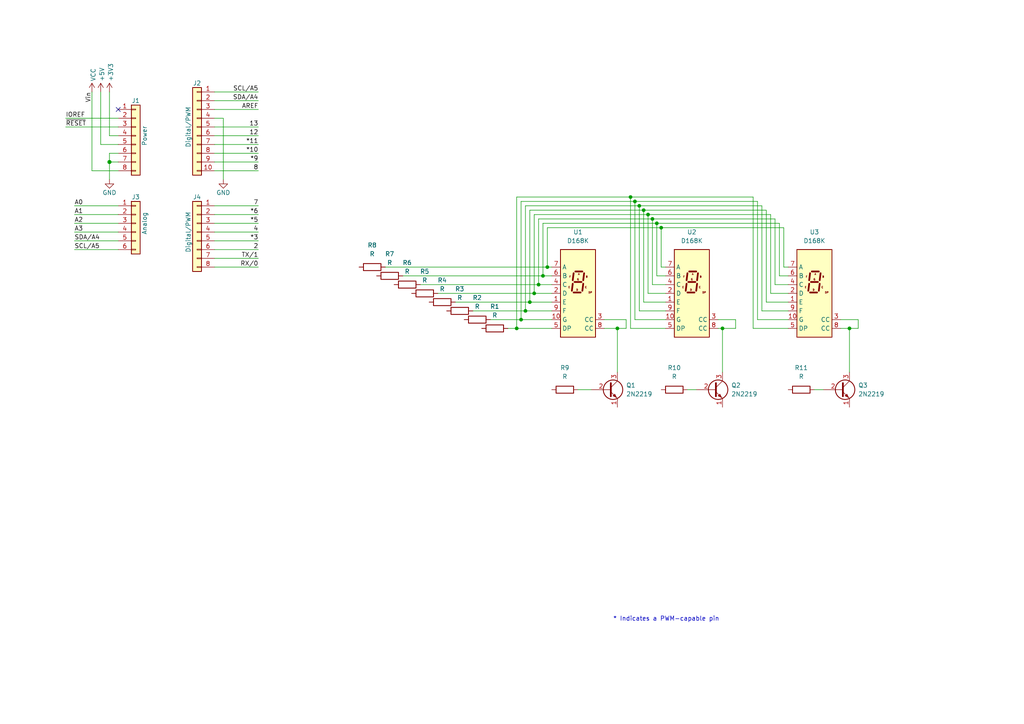
<source format=kicad_sch>
(kicad_sch (version 20231120) (generator "eeschema") (generator_version "8.0")
  (paper "A4")
  (title_block (date "mar. 31 mars 2015"))
  (lib_symbols
    (symbol "Connector_Generic:Conn_01x06" (pin_names (offset 1.016) hide)
      (property "Reference" "J" (at 0 7.62 0))
      (property "Value" "Conn_01x06" (at 0 -10.16 0))
      (symbol "Conn_01x06_1_1"
        (rectangle (start -1.27 -7.493) (end 0 -7.747) (stroke (width 0.1524)))
        (rectangle (start -1.27 -4.953) (end 0 -5.207) (stroke (width 0.1524)))
        (rectangle (start -1.27 -2.413) (end 0 -2.667) (stroke (width 0.1524)))
        (rectangle (start -1.27 0.127) (end 0 -0.127) (stroke (width 0.1524)))
        (rectangle (start -1.27 2.667) (end 0 2.413) (stroke (width 0.1524)))
        (rectangle (start -1.27 5.207) (end 0 4.953) (stroke (width 0.1524)))
        (rectangle (start -1.27 6.35) (end 1.27 -8.89) (stroke (width 0.254)) (fill (type background)))
        (pin passive line (at -5.08 5.08 0) (length 3.81) (name "Pin_1") (number "1"))
        (pin passive line (at -5.08 2.54 0) (length 3.81) (name "Pin_2") (number "2"))
        (pin passive line (at -5.08 0 0) (length 3.81) (name "Pin_3") (number "3"))
        (pin passive line (at -5.08 -2.54 0) (length 3.81) (name "Pin_4") (number "4"))
        (pin passive line (at -5.08 -5.08 0) (length 3.81) (name "Pin_5") (number "5"))
        (pin passive line (at -5.08 -7.62 0) (length 3.81) (name "Pin_6") (number "6"))
      )
    )
    (symbol "Connector_Generic:Conn_01x08" (pin_names (offset 1.016) hide)
      (property "Reference" "J" (at 0 10.16 0))
      (property "Value" "Conn_01x08" (at 0 -12.7 0))
      (symbol "Conn_01x08_1_1"
        (rectangle (start -1.27 -10.033) (end 0 -10.287) (stroke (width 0.1524)))
        (rectangle (start -1.27 -7.493) (end 0 -7.747) (stroke (width 0.1524)))
        (rectangle (start -1.27 -4.953) (end 0 -5.207) (stroke (width 0.1524)))
        (rectangle (start -1.27 -2.413) (end 0 -2.667) (stroke (width 0.1524)))
        (rectangle (start -1.27 0.127) (end 0 -0.127) (stroke (width 0.1524)))
        (rectangle (start -1.27 2.667) (end 0 2.413) (stroke (width 0.1524)))
        (rectangle (start -1.27 5.207) (end 0 4.953) (stroke (width 0.1524)))
        (rectangle (start -1.27 7.747) (end 0 7.493) (stroke (width 0.1524)))
        (rectangle (start -1.27 8.89) (end 1.27 -11.43) (stroke (width 0.254)) (fill (type background)))
        (pin passive line (at -5.08 7.62 0) (length 3.81) (name "Pin_1") (number "1"))
        (pin passive line (at -5.08 5.08 0) (length 3.81) (name "Pin_2") (number "2"))
        (pin passive line (at -5.08 2.54 0) (length 3.81) (name "Pin_3") (number "3"))
        (pin passive line (at -5.08 0 0) (length 3.81) (name "Pin_4") (number "4"))
        (pin passive line (at -5.08 -2.54 0) (length 3.81) (name "Pin_5") (number "5"))
        (pin passive line (at -5.08 -5.08 0) (length 3.81) (name "Pin_6") (number "6"))
        (pin passive line (at -5.08 -7.62 0) (length 3.81) (name "Pin_7") (number "7"))
        (pin passive line (at -5.08 -10.16 0) (length 3.81) (name "Pin_8") (number "8"))
      )
    )
    (symbol "Connector_Generic:Conn_01x10" (pin_names (offset 1.016) hide)
      (property "Reference" "J" (at 0 12.7 0))
      (property "Value" "Conn_01x10" (at 0 -15.24 0))
      (symbol "Conn_01x10_1_1"
        (rectangle (start -1.27 -12.573) (end 0 -12.827) (stroke (width 0.1524)))
        (rectangle (start -1.27 -10.033) (end 0 -10.287) (stroke (width 0.1524)))
        (rectangle (start -1.27 -7.493) (end 0 -7.747) (stroke (width 0.1524)))
        (rectangle (start -1.27 -4.953) (end 0 -5.207) (stroke (width 0.1524)))
        (rectangle (start -1.27 -2.413) (end 0 -2.667) (stroke (width 0.1524)))
        (rectangle (start -1.27 0.127) (end 0 -0.127) (stroke (width 0.1524)))
        (rectangle (start -1.27 2.667) (end 0 2.413) (stroke (width 0.1524)))
        (rectangle (start -1.27 5.207) (end 0 4.953) (stroke (width 0.1524)))
        (rectangle (start -1.27 7.747) (end 0 7.493) (stroke (width 0.1524)))
        (rectangle (start -1.27 10.287) (end 0 10.033) (stroke (width 0.1524)))
        (rectangle (start -1.27 11.43) (end 1.27 -13.97) (stroke (width 0.254)) (fill (type background)))
        (pin passive line (at -5.08 10.16 0) (length 3.81) (name "Pin_1") (number "1"))
        (pin passive line (at -5.08 -12.7 0) (length 3.81) (name "Pin_10") (number "10"))
        (pin passive line (at -5.08 7.62 0) (length 3.81) (name "Pin_2") (number "2"))
        (pin passive line (at -5.08 5.08 0) (length 3.81) (name "Pin_3") (number "3"))
        (pin passive line (at -5.08 2.54 0) (length 3.81) (name "Pin_4") (number "4"))
        (pin passive line (at -5.08 0 0) (length 3.81) (name "Pin_5") (number "5"))
        (pin passive line (at -5.08 -2.54 0) (length 3.81) (name "Pin_6") (number "6"))
        (pin passive line (at -5.08 -5.08 0) (length 3.81) (name "Pin_7") (number "7"))
        (pin passive line (at -5.08 -7.62 0) (length 3.81) (name "Pin_8") (number "8"))
        (pin passive line (at -5.08 -10.16 0) (length 3.81) (name "Pin_9") (number "9"))
      )
    )
    (symbol "Device:R" (pin_numbers hide) (pin_names (offset 0))
      (property "Reference" "R" (at 2.032 0 90))
      (property "Value" "R" (at 0 0 90))
      (symbol "R_0_1"
        (rectangle (start -1.016 -2.54) (end 1.016 2.54) (stroke (width 0.254)))
      )
      (symbol "R_1_1"
        (pin passive line (at 0 3.81 270) (length 1.27) (name "~") (number "1"))
        (pin passive line (at 0 -3.81 90) (length 1.27) (name "~") (number "2"))
      )
    )
    (symbol "Display_Character:D168K"
      (property "Reference" "U" (at -2.54 13.97 0))
      (property "Value" "D168K" (at 1.27 13.97 0))
      (symbol "D168K_0_0"
        (text "A" (at 0.254 5.588 0) (effects (font (size 0.508 0.508))))
        (text "B" (at 2.54 4.826 0) (effects (font (size 0.508 0.508))))
        (text "C" (at 2.286 1.778 0) (effects (font (size 0.508 0.508))))
        (text "D" (at -0.254 1.016 0) (effects (font (size 0.508 0.508))))
        (text "DP" (at 3.556 0.254 0) (effects (font (size 0.508 0.508))))
        (text "E" (at -2.54 1.778 0) (effects (font (size 0.508 0.508))))
        (text "F" (at -2.286 4.826 0) (effects (font (size 0.508 0.508))))
        (text "G" (at 0 4.064 0) (effects (font (size 0.508 0.508))))
      )
      (symbol "D168K_0_1"
        (rectangle (start -5.08 12.7) (end 5.08 -12.7) (stroke (width 0.254)) (fill (type background)))
        (polyline (pts (xy -1.524 2.794) (xy -1.778 0.762)) (stroke (width 0.508)))
        (polyline (pts (xy -1.27 0.254) (xy 0.762 0.254)) (stroke (width 0.508)))
        (polyline (pts (xy -1.27 5.842) (xy -1.524 3.81)) (stroke (width 0.508)))
        (polyline (pts (xy -1.016 3.302) (xy 1.016 3.302)) (stroke (width 0.508)))
        (polyline (pts (xy -0.762 6.35) (xy 1.27 6.35)) (stroke (width 0.508)))
        (polyline (pts (xy 1.524 2.794) (xy 1.27 0.762)) (stroke (width 0.508)))
        (polyline (pts (xy 1.778 5.842) (xy 1.524 3.81)) (stroke (width 0.508)))
        (polyline (pts (xy 2.54 0.254) (xy 2.54 0.254)) (stroke (width 0.508)))
      )
      (symbol "D168K_1_1"
        (pin input line (at -7.62 -2.54 0) (length 2.54) (name "E") (number "1"))
        (pin input line (at -7.62 -7.62 0) (length 2.54) (name "G") (number "10"))
        (pin input line (at -7.62 0 0) (length 2.54) (name "D") (number "2"))
        (pin input line (at 7.62 -7.62 180) (length 2.54) (name "CC") (number "3"))
        (pin input line (at -7.62 2.54 0) (length 2.54) (name "C") (number "4"))
        (pin input line (at -7.62 -10.16 0) (length 2.54) (name "DP") (number "5"))
        (pin input line (at -7.62 5.08 0) (length 2.54) (name "B") (number "6"))
        (pin input line (at -7.62 7.62 0) (length 2.54) (name "A") (number "7"))
        (pin input line (at 7.62 -10.16 180) (length 2.54) (name "CC") (number "8"))
        (pin input line (at -7.62 -5.08 0) (length 2.54) (name "F") (number "9"))
      )
    )
    (symbol "Transistor_BJT:2N2219" (pin_names (offset 0) hide)
      (property "Reference" "Q" (at 5.08 1.905 0))
      (property "Value" "2N2219" (at 5.08 0 0))
      (symbol "2N2219_0_1"
        (polyline (pts (xy 0.635 0.635) (xy 2.54 2.54)))
        (polyline (pts (xy 0.635 -0.635) (xy 2.54 -2.54) (xy 2.54 -2.54)))
        (polyline (pts (xy 0.635 1.905) (xy 0.635 -1.905) (xy 0.635 -1.905)) (stroke (width 0.508)))
        (polyline (pts (xy 1.27 -1.778) (xy 1.778 -1.27) (xy 2.286 -2.286) (xy 1.27 -1.778) (xy 1.27 -1.778)) (fill (type outline)))
        (circle (center 1.27 0) (radius 2.8194) (stroke (width 0.254)))
      )
      (symbol "2N2219_1_1"
        (pin passive line (at 2.54 -5.08 90) (length 2.54) (name "E") (number "1"))
        (pin passive line (at -5.08 0 0) (length 5.715) (name "B") (number "2"))
        (pin passive line (at 2.54 5.08 270) (length 2.54) (name "C") (number "3"))
      )
    )
    (symbol "power:+3V3" (power) (pin_names (offset 0))
      (property "Value" "+3V3" (at 0 3.556 0))
      (symbol "+3V3_0_1"
        (polyline (pts (xy -0.762 1.27) (xy 0 2.54)))
        (polyline (pts (xy 0 0) (xy 0 2.54)))
        (polyline (pts (xy 0 2.54) (xy 0.762 1.27)))
      )
      (symbol "+3V3_1_1"
        (pin power_in line (at 0 0 90) (length 0) hide (name "+3V3") (number "1"))
      )
    )
    (symbol "power:+5V" (power) (pin_names (offset 0))
      (property "Value" "+5V" (at 0 3.556 0))
      (symbol "+5V_0_1"
        (polyline (pts (xy -0.762 1.27) (xy 0 2.54)))
        (polyline (pts (xy 0 0) (xy 0 2.54)))
        (polyline (pts (xy 0 2.54) (xy 0.762 1.27)))
      )
      (symbol "+5V_1_1"
        (pin power_in line (at 0 0 90) (length 0) hide (name "+5V") (number "1"))
      )
    )
    (symbol "power:GND" (power) (pin_names (offset 0))
      (property "Value" "GND" (at 0 -3.81 0))
      (symbol "GND_0_1"
        (polyline (pts (xy 0 0) (xy 0 -1.27) (xy 1.27 -1.27) (xy 0 -2.54) (xy -1.27 -1.27) (xy 0 -1.27)))
      )
      (symbol "GND_1_1"
        (pin power_in line (at 0 0 270) (length 0) hide (name "GND") (number "1"))
      )
    )
    (symbol "power:VCC" (power) (pin_names (offset 0))
      (property "Value" "VCC" (at 0 3.81 0))
      (symbol "VCC_0_1"
        (polyline (pts (xy -0.762 1.27) (xy 0 2.54)))
        (polyline (pts (xy 0 0) (xy 0 2.54)))
        (polyline (pts (xy 0 2.54) (xy 0.762 1.27)))
      )
      (symbol "VCC_1_1"
        (pin power_in line (at 0 0 90) (length 0) hide (name "VCC") (number "1"))
      )
    )
  )
  (junction (at 209.55 95.25))
  (junction (at 31.75 46.99) (diameter 1.016))
  (junction (at 151.13 92.71))
  (junction (at 149.86 95.25))
  (junction (at 189.23 63.5))
  (junction (at 152.4 90.17))
  (junction (at 186.69 60.96))
  (junction (at 185.42 59.69))
  (junction (at 190.5 64.77))
  (junction (at 184.15 58.42))
  (junction (at 157.48 80.01))
  (junction (at 153.67 87.63))
  (junction (at 187.96 62.23))
  (junction (at 182.88 57.15))
  (junction (at 154.94 85.09))
  (junction (at 179.07 95.25))
  (junction (at 191.77 66.04))
  (junction (at 158.75 77.47))
  (junction (at 246.38 95.25))
  (junction (at 156.21 82.55))
  (no_connect (at 34.29 31.75))
  (wire (pts (xy 156.21 82.55) (xy 156.21 63.5)))
  (wire (pts (xy 62.23 77.47) (xy 74.93 77.47)))
  (wire (pts (xy 208.28 92.71) (xy 213.36 92.71)))
  (wire (pts (xy 62.23 44.45) (xy 74.93 44.45)))
  (wire (pts (xy 224.79 82.55) (xy 228.6 82.55)))
  (wire (pts (xy 62.23 26.67) (xy 74.93 26.67)))
  (wire (pts (xy 227.33 77.47) (xy 228.6 77.47)))
  (wire (pts (xy 193.04 77.47) (xy 191.77 77.47)))
  (wire (pts (xy 167.64 113.03) (xy 171.45 113.03)))
  (wire (pts (xy 31.75 44.45) (xy 31.75 46.99)))
  (wire (pts (xy 236.22 113.03) (xy 238.76 113.03)))
  (wire (pts (xy 193.04 82.55) (xy 189.23 82.55)))
  (wire (pts (xy 226.06 64.77) (xy 226.06 80.01)))
  (wire (pts (xy 21.59 72.39) (xy 34.29 72.39)))
  (wire (pts (xy 213.36 95.25) (xy 209.55 95.25)))
  (wire (pts (xy 111.76 77.47) (xy 158.75 77.47)))
  (wire (pts (xy 191.77 77.47) (xy 191.77 66.04)))
  (wire (pts (xy 223.52 62.23) (xy 223.52 85.09)))
  (wire (pts (xy 186.69 87.63) (xy 186.69 60.96)))
  (wire (pts (xy 151.13 58.42) (xy 151.13 92.71)))
  (wire (pts (xy 199.39 113.03) (xy 201.93 113.03)))
  (wire (pts (xy 31.75 46.99) (xy 31.75 52.07)))
  (wire (pts (xy 187.96 62.23) (xy 223.52 62.23)))
  (wire (pts (xy 31.75 39.37) (xy 34.29 39.37)))
  (wire (pts (xy 190.5 64.77) (xy 226.06 64.77)))
  (wire (pts (xy 29.21 41.91) (xy 34.29 41.91)))
  (wire (pts (xy 29.21 26.67) (xy 29.21 41.91)))
  (wire (pts (xy 193.04 92.71) (xy 184.15 92.71)))
  (wire (pts (xy 222.25 87.63) (xy 228.6 87.63)))
  (wire (pts (xy 193.04 95.25) (xy 182.88 95.25)))
  (wire (pts (xy 243.84 92.71) (xy 248.92 92.71)))
  (wire (pts (xy 137.16 90.17) (xy 152.4 90.17)))
  (wire (pts (xy 62.23 36.83) (xy 74.93 36.83)))
  (wire (pts (xy 121.92 82.55) (xy 156.21 82.55)))
  (wire (pts (xy 226.06 80.01) (xy 228.6 80.01)))
  (wire (pts (xy 31.75 26.67) (xy 31.75 39.37)))
  (wire (pts (xy 62.23 59.69) (xy 74.93 59.69)))
  (wire (pts (xy 224.79 63.5) (xy 224.79 82.55)))
  (wire (pts (xy 182.88 57.15) (xy 218.44 57.15)))
  (wire (pts (xy 34.29 59.69) (xy 21.59 59.69)))
  (wire (pts (xy 191.77 66.04) (xy 227.33 66.04)))
  (wire (pts (xy 62.23 39.37) (xy 74.93 39.37)))
  (wire (pts (xy 151.13 58.42) (xy 184.15 58.42)))
  (wire (pts (xy 62.23 62.23) (xy 74.93 62.23)))
  (wire (pts (xy 193.04 85.09) (xy 187.96 85.09)))
  (wire (pts (xy 218.44 57.15) (xy 218.44 95.25)))
  (wire (pts (xy 160.02 95.25) (xy 149.86 95.25)))
  (wire (pts (xy 219.71 92.71) (xy 228.6 92.71)))
  (wire (pts (xy 186.69 60.96) (xy 222.25 60.96)))
  (wire (pts (xy 227.33 66.04) (xy 227.33 77.47)))
  (wire (pts (xy 190.5 64.77) (xy 190.5 80.01)))
  (wire (pts (xy 193.04 90.17) (xy 185.42 90.17)))
  (wire (pts (xy 154.94 62.23) (xy 187.96 62.23)))
  (wire (pts (xy 116.84 80.01) (xy 157.48 80.01)))
  (wire (pts (xy 62.23 46.99) (xy 74.93 46.99)))
  (wire (pts (xy 62.23 67.31) (xy 74.93 67.31)))
  (wire (pts (xy 160.02 87.63) (xy 153.67 87.63)))
  (wire (pts (xy 184.15 92.71) (xy 184.15 58.42)))
  (wire (pts (xy 220.98 59.69) (xy 220.98 90.17)))
  (wire (pts (xy 127 85.09) (xy 154.94 85.09)))
  (wire (pts (xy 160.02 85.09) (xy 154.94 85.09)))
  (wire (pts (xy 19.05 34.29) (xy 34.29 34.29)))
  (wire (pts (xy 179.07 95.25) (xy 181.61 95.25)))
  (wire (pts (xy 187.96 85.09) (xy 187.96 62.23)))
  (wire (pts (xy 193.04 80.01) (xy 190.5 80.01)))
  (wire (pts (xy 175.26 95.25) (xy 179.07 95.25)))
  (wire (pts (xy 179.07 95.25) (xy 179.07 107.95)))
  (wire (pts (xy 222.25 60.96) (xy 222.25 87.63)))
  (wire (pts (xy 147.32 95.25) (xy 149.86 95.25)))
  (wire (pts (xy 246.38 95.25) (xy 246.38 107.95)))
  (wire (pts (xy 153.67 60.96) (xy 186.69 60.96)))
  (wire (pts (xy 248.92 92.71) (xy 248.92 95.25)))
  (wire (pts (xy 64.77 34.29) (xy 64.77 52.07)))
  (wire (pts (xy 62.23 31.75) (xy 74.93 31.75)))
  (wire (pts (xy 185.42 59.69) (xy 220.98 59.69)))
  (wire (pts (xy 185.42 90.17) (xy 185.42 59.69)))
  (wire (pts (xy 182.88 95.25) (xy 182.88 57.15)))
  (wire (pts (xy 160.02 77.47) (xy 158.75 77.47)))
  (wire (pts (xy 34.29 64.77) (xy 21.59 64.77)))
  (wire (pts (xy 19.05 36.83) (xy 34.29 36.83)))
  (wire (pts (xy 142.24 92.71) (xy 151.13 92.71)))
  (wire (pts (xy 184.15 58.42) (xy 219.71 58.42)))
  (wire (pts (xy 157.48 64.77) (xy 190.5 64.77)))
  (wire (pts (xy 158.75 66.04) (xy 191.77 66.04)))
  (wire (pts (xy 34.29 46.99) (xy 31.75 46.99)))
  (wire (pts (xy 156.21 63.5) (xy 189.23 63.5)))
  (wire (pts (xy 158.75 77.47) (xy 158.75 66.04)))
  (wire (pts (xy 209.55 95.25) (xy 209.55 107.95)))
  (wire (pts (xy 132.08 87.63) (xy 153.67 87.63)))
  (wire (pts (xy 219.71 58.42) (xy 219.71 92.71)))
  (wire (pts (xy 34.29 49.53) (xy 26.67 49.53)))
  (wire (pts (xy 149.86 95.25) (xy 149.86 57.15)))
  (wire (pts (xy 21.59 62.23) (xy 34.29 62.23)))
  (wire (pts (xy 153.67 87.63) (xy 153.67 60.96)))
  (wire (pts (xy 160.02 92.71) (xy 151.13 92.71)))
  (wire (pts (xy 246.38 95.25) (xy 243.84 95.25)))
  (wire (pts (xy 152.4 90.17) (xy 152.4 59.69)))
  (wire (pts (xy 248.92 95.25) (xy 246.38 95.25)))
  (wire (pts (xy 189.23 63.5) (xy 224.79 63.5)))
  (wire (pts (xy 62.23 34.29) (xy 64.77 34.29)))
  (wire (pts (xy 34.29 44.45) (xy 31.75 44.45)))
  (wire (pts (xy 160.02 82.55) (xy 156.21 82.55)))
  (wire (pts (xy 62.23 41.91) (xy 74.93 41.91)))
  (wire (pts (xy 149.86 57.15) (xy 182.88 57.15)))
  (wire (pts (xy 223.52 85.09) (xy 228.6 85.09)))
  (wire (pts (xy 62.23 64.77) (xy 74.93 64.77)))
  (wire (pts (xy 21.59 67.31) (xy 34.29 67.31)))
  (wire (pts (xy 220.98 90.17) (xy 228.6 90.17)))
  (wire (pts (xy 193.04 87.63) (xy 186.69 87.63)))
  (wire (pts (xy 181.61 92.71) (xy 175.26 92.71)))
  (wire (pts (xy 209.55 95.25) (xy 208.28 95.25)))
  (wire (pts (xy 157.48 80.01) (xy 157.48 64.77)))
  (wire (pts (xy 160.02 80.01) (xy 157.48 80.01)))
  (wire (pts (xy 62.23 29.21) (xy 74.93 29.21)))
  (wire (pts (xy 213.36 92.71) (xy 213.36 95.25)))
  (wire (pts (xy 62.23 72.39) (xy 74.93 72.39)))
  (wire (pts (xy 62.23 69.85) (xy 74.93 69.85)))
  (wire (pts (xy 189.23 63.5) (xy 189.23 82.55)))
  (wire (pts (xy 181.61 95.25) (xy 181.61 92.71)))
  (wire (pts (xy 160.02 90.17) (xy 152.4 90.17)))
  (wire (pts (xy 62.23 74.93) (xy 74.93 74.93)))
  (wire (pts (xy 26.67 49.53) (xy 26.67 26.67)))
  (wire (pts (xy 34.29 69.85) (xy 21.59 69.85)))
  (wire (pts (xy 154.94 62.23) (xy 154.94 85.09)))
  (wire (pts (xy 152.4 59.69) (xy 185.42 59.69)))
  (wire (pts (xy 218.44 95.25) (xy 228.6 95.25)))
  (wire (pts (xy 62.23 49.53) (xy 74.93 49.53)))
  (text "* Indicates a PWM-capable pin" (at 177.8 180.34 0) (effects (font (size 1.27 1.27)) (justify left bottom)))
  (label "RX{slash}0" (at 74.93 77.47 180))
  (label "A2" (at 21.59 64.77 0))
  (label "4" (at 74.93 67.31 180))
  (label "2" (at 74.93 72.39 180))
  (label "A3" (at 21.59 67.31 0))
  (label "13" (at 74.93 36.83 180))
  (label "12" (at 74.93 39.37 180))
  (label "~{RESET}" (at 19.05 36.83 0))
  (label "*10" (at 74.93 44.45 180))
  (label "7" (at 74.93 59.69 180))
  (label "SDA{slash}A4" (at 74.93 29.21 180))
  (label "8" (at 74.93 49.53 180))
  (label "*11" (at 74.93 41.91 180))
  (label "*3" (at 74.93 69.85 180))
  (label "A1" (at 21.59 62.23 0))
  (label "TX{slash}1" (at 74.93 74.93 180))
  (label "A0" (at 21.59 59.69 0))
  (label "AREF" (at 74.93 31.75 180))
  (label "Vin" (at 26.67 26.67 270))
  (label "*6" (at 74.93 62.23 180))
  (label "SCL{slash}A5" (at 74.93 26.67 180))
  (label "*9" (at 74.93 46.99 180))
  (label "*5" (at 74.93 64.77 180))
  (label "IOREF" (at 19.05 34.29 0))
  (label "SDA{slash}A4" (at 21.59 69.85 0))
  (label "SCL{slash}A5" (at 21.59 72.39 0))
  (symbol (lib_id "Connector_Generic:Conn_01x08") (at 39.37 39.37 0) (unit 1)
    (property "Reference" "J1" (at 39.37 29.21 0))
    (property "Value" "Power" (at 41.91 39.37 90))
    (property "Footprint" "Connector_PinSocket_2.54mm:PinSocket_1x08_P2.54mm_Vertical" (effects (hide yes)))
  )
  (symbol (lib_id "power:+3V3") (at 31.75 26.67 0) (unit 1)
    (property "Reference" "#PWR03" (effects (hide yes)))
    (property "Value" "+3V3" (at 32.131 23.622 90) (effects (justify left)))
  )
  (symbol (lib_id "power:+5V") (at 29.21 26.67 0) (unit 1)
    (property "Reference" "#PWR02" (effects (hide yes)))
    (property "Value" "+5V" (at 29.5656 23.622 90) (effects (justify left)))
  )
  (symbol (lib_id "power:GND") (at 31.75 52.07 0) (unit 1)
    (property "Reference" "#PWR04" (effects (hide yes)))
    (property "Value" "GND" (at 31.75 55.88 0))
  )
  (symbol (lib_id "Connector_Generic:Conn_01x10") (at 57.15 36.83 0) (mirror y) (unit 1)
    (property "Reference" "J2" (at 57.15 24.13 0))
    (property "Value" "Digital/PWM" (at 54.61 36.83 90))
    (property "Footprint" "Connector_PinSocket_2.54mm:PinSocket_1x10_P2.54mm_Vertical" (effects (hide yes)))
  )
  (symbol (lib_id "power:GND") (at 64.77 52.07 0) (unit 1)
    (property "Reference" "#PWR05" (effects (hide yes)))
    (property "Value" "GND" (at 64.77 55.88 0))
  )
  (symbol (lib_id "Connector_Generic:Conn_01x06") (at 39.37 64.77 0) (unit 1)
    (property "Reference" "J3" (at 39.37 57.15 0))
    (property "Value" "Analog" (at 41.91 64.77 90))
    (property "Footprint" "Connector_PinSocket_2.54mm:PinSocket_1x06_P2.54mm_Vertical" (effects (hide yes)))
  )
  (symbol (lib_id "Connector_Generic:Conn_01x08") (at 57.15 67.31 0) (mirror y) (unit 1)
    (property "Reference" "J4" (at 57.15 57.15 0))
    (property "Value" "Digital/PWM" (at 54.61 67.31 90))
    (property "Footprint" "Connector_PinSocket_2.54mm:PinSocket_1x08_P2.54mm_Vertical" (effects (hide yes)))
  )
  (symbol (lib_id "Device:R") (at 128.27 87.63 90) (unit 1)
    (property "Reference" "R4" (at 128.27 81.28 90))
    (property "Value" "R" (at 128.27 83.82 90))
    (property "Description" "Resistor" (effects (hide yes)))
  )
  (symbol (lib_id "Device:R") (at 163.83 113.03 90) (unit 1)
    (property "Reference" "R9" (at 163.83 106.68 90))
    (property "Value" "R" (at 163.83 109.22 90))
    (property "Description" "Resistor" (effects (hide yes)))
  )
  (symbol (lib_id "Device:R") (at 133.35 90.17 90) (unit 1)
    (property "Reference" "R3" (at 133.35 83.82 90))
    (property "Value" "R" (at 133.35 86.36 90))
    (property "Description" "Resistor" (effects (hide yes)))
  )
  (symbol (lib_id "Device:R") (at 195.58 113.03 90) (unit 1)
    (property "Reference" "R10" (at 195.58 106.68 90))
    (property "Value" "R" (at 195.58 109.22 90))
    (property "Description" "Resistor" (effects (hide yes)))
  )
  (symbol (lib_id "Display_Character:D168K") (at 167.64 85.09 0) (unit 1)
    (property "Reference" "U1" (at 167.64 67.31 0))
    (property "Value" "D168K" (at 167.64 69.85 0))
    (property "Footprint" "Display_7Segment:D1X8K" (effects (hide yes)))
    (property "Datasheet" "https://ia800903.us.archive.org/24/items/CTKD1x8K/Cromatek%20D168K.pdf" (effects (hide yes)))
    (property "Description" "One digit 7 segment ultra bright red LED, low current, common cathode" (effects (hide yes)))
  )
  (symbol (lib_id "Device:R") (at 113.03 80.01 90) (unit 1)
    (property "Reference" "R7" (at 113.03 73.66 90))
    (property "Value" "R" (at 113.03 76.2 90))
    (property "Description" "Resistor" (effects (hide yes)))
  )
  (symbol (lib_id "Device:R") (at 107.95 77.47 90) (unit 1)
    (property "Reference" "R8" (at 107.95 71.12 90))
    (property "Value" "R" (at 107.95 73.66 90))
    (property "Description" "Resistor" (effects (hide yes)))
  )
  (symbol (lib_id "power:VCC") (at 26.67 26.67 0) (unit 1)
    (property "Reference" "#PWR01" (effects (hide yes)))
    (property "Value" "VCC" (at 27.051 23.622 90) (effects (justify left)))
  )
  (symbol (lib_id "Transistor_BJT:2N2219") (at 207.01 113.03 0) (unit 1)
    (property "Reference" "Q2" (at 212.09 111.7599 0) (effects (justify left)))
    (property "Value" "2N2219" (at 212.09 114.2999 0) (effects (justify left)))
    (property "Footprint" "Package_TO_SOT_THT:TO-39-3" (effects (hide yes)))
    (property "Datasheet" "http://www.onsemi.com/pub_link/Collateral/2N2219-D.PDF" (effects (hide yes)))
    (property "Description" "800mA Ic, 50V Vce, NPN Transistor, TO-39" (effects (hide yes)))
  )
  (symbol (lib_id "Transistor_BJT:2N2219") (at 176.53 113.03 0) (unit 1)
    (property "Reference" "Q1" (at 181.61 111.7599 0) (effects (justify left)))
    (property "Value" "2N2219" (at 181.61 114.2999 0) (effects (justify left)))
    (property "Footprint" "Package_TO_SOT_THT:TO-39-3" (effects (hide yes)))
    (property "Datasheet" "http://www.onsemi.com/pub_link/Collateral/2N2219-D.PDF" (effects (hide yes)))
    (property "Description" "800mA Ic, 50V Vce, NPN Transistor, TO-39" (effects (hide yes)))
  )
  (symbol (lib_id "Device:R") (at 118.11 82.55 90) (unit 1)
    (property "Reference" "R6" (at 118.11 76.2 90))
    (property "Value" "R" (at 118.11 78.74 90))
    (property "Description" "Resistor" (effects (hide yes)))
  )
  (symbol (lib_id "Device:R") (at 232.41 113.03 90) (unit 1)
    (property "Reference" "R11" (at 232.41 106.68 90))
    (property "Value" "R" (at 232.41 109.22 90))
    (property "Description" "Resistor" (effects (hide yes)))
  )
  (symbol (lib_id "Display_Character:D168K") (at 236.22 85.09 0) (unit 1)
    (property "Reference" "U3" (at 236.22 67.31 0))
    (property "Value" "D168K" (at 236.22 69.85 0))
    (property "Footprint" "Display_7Segment:D1X8K" (effects (hide yes)))
    (property "Datasheet" "https://ia800903.us.archive.org/24/items/CTKD1x8K/Cromatek%20D168K.pdf" (effects (hide yes)))
    (property "Description" "One digit 7 segment ultra bright red LED, low current, common cathode" (effects (hide yes)))
  )
  (symbol (lib_id "Device:R") (at 143.51 95.25 90) (unit 1)
    (property "Reference" "R1" (at 143.51 88.9 90))
    (property "Value" "R" (at 143.51 91.44 90))
    (property "Description" "Resistor" (effects (hide yes)))
  )
  (symbol (lib_id "Transistor_BJT:2N2219") (at 243.84 113.03 0) (unit 1)
    (property "Reference" "Q3" (at 248.92 111.7599 0) (effects (justify left)))
    (property "Value" "2N2219" (at 248.92 114.2999 0) (effects (justify left)))
    (property "Footprint" "Package_TO_SOT_THT:TO-39-3" (effects (hide yes)))
    (property "Datasheet" "http://www.onsemi.com/pub_link/Collateral/2N2219-D.PDF" (effects (hide yes)))
    (property "Description" "800mA Ic, 50V Vce, NPN Transistor, TO-39" (effects (hide yes)))
  )
  (symbol (lib_id "Device:R") (at 123.19 85.09 90) (unit 1)
    (property "Reference" "R5" (at 123.19 78.74 90))
    (property "Value" "R" (at 123.19 81.28 90))
    (property "Description" "Resistor" (effects (hide yes)))
  )
  (symbol (lib_id "Device:R") (at 138.43 92.71 90) (unit 1)
    (property "Reference" "R2" (at 138.43 86.36 90))
    (property "Value" "R" (at 138.43 88.9 90))
    (property "Description" "Resistor" (effects (hide yes)))
  )
  (symbol (lib_id "Display_Character:D168K") (at 200.66 85.09 0) (unit 1)
    (property "Reference" "U2" (at 200.66 67.31 0))
    (property "Value" "D168K" (at 200.66 69.85 0))
    (property "Footprint" "Display_7Segment:D1X8K" (effects (hide yes)))
    (property "Datasheet" "https://ia800903.us.archive.org/24/items/CTKD1x8K/Cromatek%20D168K.pdf" (effects (hide yes)))
    (property "Description" "One digit 7 segment ultra bright red LED, low current, common cathode" (effects (hide yes)))
  )
)
</source>
